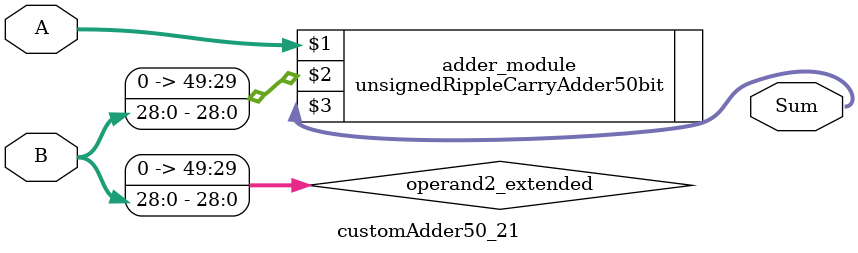
<source format=v>
module customAdder50_21(
                        input [49 : 0] A,
                        input [28 : 0] B,
                        
                        output [50 : 0] Sum
                );

        wire [49 : 0] operand2_extended;
        
        assign operand2_extended =  {21'b0, B};
        
        unsignedRippleCarryAdder50bit adder_module(
            A,
            operand2_extended,
            Sum
        );
        
        endmodule
        
</source>
